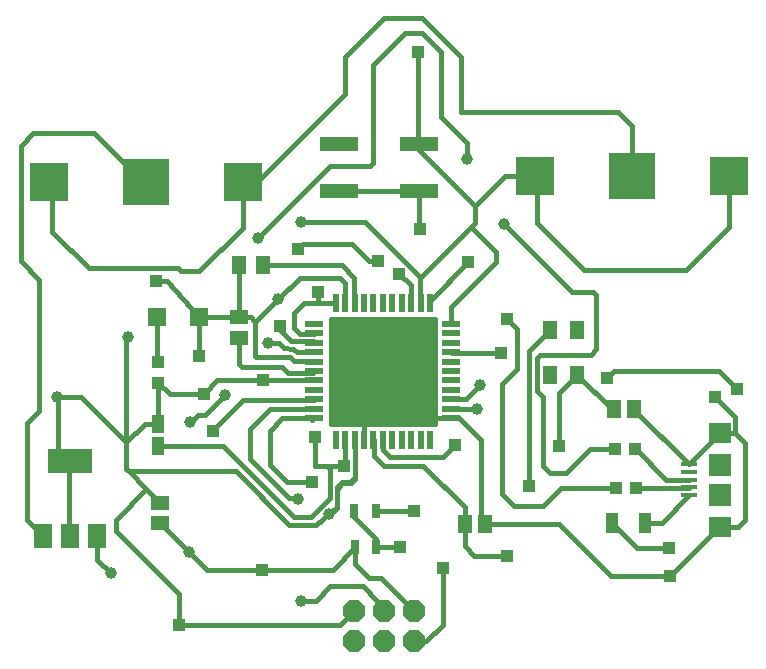
<source format=gtl>
G75*
%MOIN*%
%OFA0B0*%
%FSLAX25Y25*%
%IPPOS*%
%LPD*%
%AMOC8*
5,1,8,0,0,1.08239X$1,22.5*
%
%ADD10R,0.05906X0.01969*%
%ADD11R,0.01969X0.05906*%
%ADD12R,0.12598X0.04724*%
%ADD13R,0.03937X0.05906*%
%ADD14R,0.05118X0.06299*%
%ADD15OC8,0.07400*%
%ADD16R,0.05512X0.01378*%
%ADD17R,0.07480X0.07087*%
%ADD18R,0.07480X0.07480*%
%ADD19R,0.03937X0.07087*%
%ADD20R,0.03937X0.04331*%
%ADD21R,0.04331X0.03937*%
%ADD22R,0.05906X0.05906*%
%ADD23R,0.05906X0.05118*%
%ADD24R,0.05118X0.05906*%
%ADD25R,0.03150X0.04724*%
%ADD26R,0.05900X0.07900*%
%ADD27R,0.15000X0.07900*%
%ADD28R,0.15354X0.15354*%
%ADD29R,0.12598X0.12598*%
%ADD30R,0.03962X0.03962*%
%ADD31C,0.01600*%
%ADD32C,0.03962*%
D10*
X0177915Y0131252D03*
X0177915Y0134402D03*
X0177915Y0137551D03*
X0177915Y0140701D03*
X0177915Y0143850D03*
X0177915Y0147000D03*
X0177915Y0150150D03*
X0177915Y0153299D03*
X0177915Y0156449D03*
X0177915Y0159598D03*
X0177915Y0162748D03*
X0223585Y0162748D03*
X0223585Y0159598D03*
X0223585Y0156449D03*
X0223585Y0153299D03*
X0223585Y0150150D03*
X0223585Y0147000D03*
X0223585Y0143850D03*
X0223585Y0140701D03*
X0223585Y0137551D03*
X0223585Y0134402D03*
X0223585Y0131252D03*
D11*
X0216498Y0124165D03*
X0213348Y0124165D03*
X0210199Y0124165D03*
X0207049Y0124165D03*
X0203900Y0124165D03*
X0200750Y0124165D03*
X0197600Y0124165D03*
X0194451Y0124165D03*
X0191301Y0124165D03*
X0188152Y0124165D03*
X0185002Y0124165D03*
X0185002Y0169835D03*
X0188152Y0169835D03*
X0191301Y0169835D03*
X0194451Y0169835D03*
X0197600Y0169835D03*
X0200750Y0169835D03*
X0203900Y0169835D03*
X0207049Y0169835D03*
X0210199Y0169835D03*
X0213348Y0169835D03*
X0216498Y0169835D03*
D12*
X0212886Y0206876D03*
X0212886Y0222624D03*
X0186114Y0222624D03*
X0186114Y0206876D03*
D13*
X0125750Y0129451D03*
X0125750Y0122049D03*
D14*
X0152813Y0182250D03*
X0160687Y0182250D03*
X0256472Y0160730D03*
X0265528Y0160730D03*
X0265528Y0145770D03*
X0256472Y0145770D03*
D15*
X0211000Y0067000D03*
X0211000Y0057000D03*
X0201000Y0057000D03*
X0191000Y0057000D03*
X0191000Y0067000D03*
X0201000Y0067000D03*
D16*
X0302817Y0105632D03*
X0302817Y0108191D03*
X0302817Y0110750D03*
X0302817Y0113309D03*
X0302817Y0115868D03*
D17*
X0313250Y0126498D03*
X0313250Y0095002D03*
D18*
X0313250Y0105750D03*
X0313250Y0115750D03*
D19*
X0288012Y0096500D03*
X0276988Y0096500D03*
D20*
X0278404Y0108000D03*
X0285096Y0108000D03*
X0284846Y0121000D03*
X0278154Y0121000D03*
D21*
X0125750Y0143154D03*
X0125750Y0149846D03*
D22*
X0125610Y0165000D03*
X0139390Y0165000D03*
D23*
X0152750Y0164846D03*
X0152750Y0158154D03*
X0126500Y0103096D03*
X0126500Y0096404D03*
D24*
X0228154Y0096000D03*
X0234846Y0096000D03*
X0277904Y0134250D03*
X0284596Y0134250D03*
D25*
X0198293Y0100500D03*
X0191207Y0100500D03*
X0191457Y0088250D03*
X0198543Y0088250D03*
D26*
X0105600Y0092100D03*
X0096600Y0092100D03*
X0087600Y0092100D03*
D27*
X0096500Y0116900D03*
D28*
X0121750Y0210000D03*
X0283750Y0212000D03*
D29*
X0251467Y0212000D03*
X0316033Y0212000D03*
X0154033Y0210000D03*
X0089467Y0210000D03*
D30*
X0125250Y0177000D03*
X0139500Y0152000D03*
X0141000Y0139250D03*
X0144250Y0127000D03*
X0160750Y0144000D03*
X0178000Y0125000D03*
X0187750Y0115250D03*
X0177250Y0110000D03*
X0206500Y0088250D03*
X0211250Y0100500D03*
X0220750Y0081250D03*
X0242000Y0085500D03*
X0249500Y0108750D03*
X0259500Y0122000D03*
X0275500Y0144750D03*
X0240250Y0153000D03*
X0242250Y0164250D03*
X0229250Y0183250D03*
X0213000Y0194250D03*
X0199000Y0183750D03*
X0206250Y0179500D03*
X0179000Y0173500D03*
X0172500Y0187750D03*
X0166500Y0162000D03*
X0186500Y0140000D03*
X0224750Y0122250D03*
X0160500Y0080750D03*
X0132750Y0062500D03*
X0296500Y0078750D03*
X0296250Y0088000D03*
X0311500Y0138500D03*
X0318750Y0141000D03*
X0212500Y0253250D03*
D31*
X0105600Y0084150D02*
X0110000Y0079750D01*
X0105600Y0084150D02*
X0105600Y0092100D01*
X0111750Y0093750D02*
X0111750Y0097500D01*
X0121923Y0107673D01*
X0116048Y0113548D01*
X0151702Y0113548D01*
X0169500Y0095750D01*
X0178500Y0095750D01*
X0185500Y0101750D01*
X0185500Y0101250D01*
X0183500Y0099250D01*
X0182750Y0099250D01*
X0185500Y0101750D02*
X0185500Y0107250D01*
X0185500Y0108250D01*
X0187250Y0110000D01*
X0190250Y0110000D01*
X0190250Y0110500D01*
X0191500Y0111750D01*
X0191500Y0123967D01*
X0191301Y0124165D01*
X0188152Y0124165D02*
X0188000Y0124014D01*
X0188000Y0115500D01*
X0187750Y0115250D01*
X0182000Y0115250D01*
X0183000Y0114250D01*
X0183000Y0104750D01*
X0176750Y0098500D01*
X0171000Y0098500D01*
X0147451Y0122049D01*
X0125750Y0122049D01*
X0125750Y0129451D02*
X0121451Y0129451D01*
X0115250Y0123250D01*
X0115250Y0114346D01*
X0116048Y0113548D01*
X0121923Y0107673D02*
X0126500Y0103096D01*
X0126500Y0096404D02*
X0136202Y0086702D01*
X0142154Y0080750D01*
X0160500Y0080750D01*
X0183957Y0080750D01*
X0191457Y0088250D01*
X0191457Y0082793D01*
X0196250Y0078000D01*
X0200000Y0078000D01*
X0211000Y0067000D01*
X0220750Y0062500D02*
X0215250Y0057000D01*
X0211000Y0057000D01*
X0220750Y0062500D02*
X0220750Y0081250D01*
X0228000Y0088750D02*
X0228000Y0095846D01*
X0228154Y0096000D01*
X0228154Y0101596D01*
X0214250Y0115500D01*
X0201000Y0115500D01*
X0197750Y0118750D01*
X0197750Y0124016D01*
X0197600Y0124165D01*
X0194500Y0124165D02*
X0194500Y0129500D01*
X0196252Y0131252D01*
X0218500Y0131252D01*
X0218500Y0131250D01*
X0218500Y0131252D02*
X0223585Y0131252D01*
X0226248Y0131252D01*
X0233500Y0124000D01*
X0233500Y0097346D01*
X0234846Y0096000D01*
X0259400Y0096000D01*
X0276650Y0078750D01*
X0296500Y0078750D01*
X0312752Y0095002D01*
X0313250Y0095002D01*
X0319002Y0095002D01*
X0321500Y0097500D01*
X0321500Y0123000D01*
X0318250Y0126250D01*
X0318250Y0131750D01*
X0311500Y0138500D01*
X0318750Y0141000D02*
X0312750Y0147000D01*
X0277750Y0147000D01*
X0275500Y0144750D01*
X0270000Y0152500D02*
X0271750Y0154250D01*
X0271750Y0172250D01*
X0270750Y0173250D01*
X0263750Y0173250D01*
X0241000Y0196000D01*
X0231500Y0196250D02*
X0231500Y0202000D01*
X0241500Y0212000D01*
X0251467Y0212000D01*
X0252250Y0211217D01*
X0252250Y0196250D01*
X0267750Y0180750D01*
X0301750Y0180750D01*
X0316033Y0195033D01*
X0316033Y0212000D01*
X0283750Y0212000D02*
X0283750Y0228750D01*
X0279000Y0233500D01*
X0226750Y0233500D01*
X0226750Y0251750D01*
X0213750Y0264750D01*
X0201250Y0264750D01*
X0188250Y0251750D01*
X0188250Y0239500D01*
X0157500Y0208750D01*
X0155283Y0208750D01*
X0154033Y0210000D01*
X0154033Y0194783D01*
X0139500Y0180250D01*
X0133500Y0180250D01*
X0132500Y0181250D01*
X0102750Y0181250D01*
X0090500Y0193500D01*
X0090500Y0208967D01*
X0089467Y0210000D01*
X0080000Y0222000D02*
X0080000Y0183750D01*
X0086250Y0177500D01*
X0086250Y0133750D01*
X0082250Y0129750D01*
X0082250Y0097450D01*
X0087600Y0092100D01*
X0096000Y0092250D02*
X0096250Y0092250D01*
X0096250Y0116500D01*
X0096500Y0117000D02*
X0092500Y0117000D01*
X0092500Y0138500D01*
X0092250Y0138500D01*
X0092500Y0138500D02*
X0100250Y0138500D01*
X0115250Y0123500D01*
X0115250Y0157750D01*
X0115750Y0158250D01*
X0125610Y0165000D02*
X0125610Y0149986D01*
X0125750Y0149846D01*
X0125750Y0143154D02*
X0129654Y0139250D01*
X0141000Y0139250D01*
X0145600Y0143850D01*
X0177915Y0143850D01*
X0160900Y0143850D01*
X0160750Y0144000D01*
X0167000Y0148500D02*
X0153750Y0148500D01*
X0152750Y0149500D01*
X0152750Y0158154D01*
X0158250Y0163250D02*
X0158250Y0152000D01*
X0158500Y0151750D01*
X0169750Y0151750D01*
X0171250Y0150250D01*
X0177815Y0150250D01*
X0177915Y0150150D01*
X0177866Y0153250D02*
X0172250Y0153250D01*
X0170750Y0154250D01*
X0167750Y0154750D01*
X0166250Y0156250D01*
X0162500Y0156250D01*
X0166500Y0160750D02*
X0170250Y0157000D01*
X0177364Y0157000D01*
X0177915Y0156449D01*
X0177817Y0159500D02*
X0173000Y0159500D01*
X0171250Y0161250D01*
X0171250Y0166500D01*
X0174585Y0169835D01*
X0185002Y0169835D01*
X0179000Y0169835D01*
X0179000Y0173500D01*
X0173000Y0178000D02*
X0186500Y0178000D01*
X0188152Y0176348D01*
X0188152Y0169835D01*
X0191250Y0169886D02*
X0191301Y0169835D01*
X0191250Y0169886D02*
X0191250Y0178000D01*
X0187000Y0182250D01*
X0160687Y0182250D01*
X0152813Y0182250D02*
X0152750Y0182187D01*
X0152750Y0164846D01*
X0156654Y0164846D01*
X0158250Y0163250D01*
X0165875Y0170875D01*
X0173000Y0178000D01*
X0172500Y0187750D02*
X0174250Y0189500D01*
X0190500Y0189500D01*
X0196250Y0183750D01*
X0199000Y0183750D01*
X0206250Y0179500D02*
X0210199Y0175551D01*
X0210199Y0169835D01*
X0213250Y0169933D02*
X0213348Y0169835D01*
X0213250Y0169933D02*
X0213250Y0178000D01*
X0213250Y0178250D01*
X0194750Y0196750D01*
X0173500Y0196750D01*
X0186114Y0206876D02*
X0212886Y0206876D01*
X0212886Y0194364D01*
X0213000Y0194250D01*
X0213250Y0178000D02*
X0230250Y0195000D01*
X0238500Y0186750D01*
X0238500Y0183250D01*
X0223585Y0168335D01*
X0223585Y0162748D01*
X0218250Y0162503D02*
X0183500Y0162503D01*
X0183500Y0164101D02*
X0218250Y0164101D01*
X0218250Y0164500D02*
X0218250Y0129500D01*
X0183500Y0129500D01*
X0183500Y0164500D01*
X0218250Y0164500D01*
X0218250Y0160904D02*
X0183500Y0160904D01*
X0183500Y0159306D02*
X0218250Y0159306D01*
X0218250Y0157707D02*
X0183500Y0157707D01*
X0183500Y0156109D02*
X0218250Y0156109D01*
X0218250Y0154510D02*
X0183500Y0154510D01*
X0183500Y0152912D02*
X0218250Y0152912D01*
X0218250Y0151313D02*
X0183500Y0151313D01*
X0183500Y0149715D02*
X0218250Y0149715D01*
X0218250Y0148116D02*
X0183500Y0148116D01*
X0183500Y0146518D02*
X0218250Y0146518D01*
X0218250Y0144919D02*
X0183500Y0144919D01*
X0183500Y0143320D02*
X0218250Y0143320D01*
X0218250Y0141722D02*
X0183500Y0141722D01*
X0183500Y0140123D02*
X0218250Y0140123D01*
X0218250Y0138525D02*
X0183500Y0138525D01*
X0183500Y0136926D02*
X0218250Y0136926D01*
X0218250Y0135328D02*
X0183500Y0135328D01*
X0183500Y0133729D02*
X0218250Y0133729D01*
X0218250Y0132131D02*
X0183500Y0132131D01*
X0183500Y0130532D02*
X0218250Y0130532D01*
X0223585Y0134402D02*
X0232152Y0134402D01*
X0232250Y0134500D01*
X0228301Y0137551D02*
X0233000Y0142250D01*
X0228301Y0137551D02*
X0223585Y0137551D01*
X0224750Y0122250D02*
X0220750Y0118250D01*
X0203250Y0118250D01*
X0200750Y0120750D01*
X0200750Y0124165D01*
X0194500Y0124165D02*
X0194451Y0124165D01*
X0182000Y0115250D02*
X0178250Y0115250D01*
X0178000Y0115500D01*
X0178000Y0125000D01*
X0177250Y0130587D02*
X0177915Y0131252D01*
X0177913Y0131250D01*
X0167250Y0131250D01*
X0163000Y0127000D01*
X0163000Y0115750D01*
X0168750Y0110000D01*
X0177250Y0110000D01*
X0172250Y0104750D02*
X0169500Y0104750D01*
X0156500Y0117750D01*
X0156500Y0127750D01*
X0163152Y0134402D01*
X0177915Y0134402D01*
X0177864Y0137500D02*
X0177915Y0137551D01*
X0177864Y0137500D02*
X0154250Y0137500D01*
X0144250Y0127500D01*
X0144250Y0127000D01*
X0141500Y0132500D02*
X0139000Y0132500D01*
X0136500Y0130000D01*
X0141500Y0132500D02*
X0148000Y0139000D01*
X0148250Y0139000D01*
X0139500Y0152000D02*
X0139500Y0164890D01*
X0139390Y0165000D01*
X0128640Y0177000D01*
X0125250Y0177000D01*
X0139390Y0165000D02*
X0152596Y0165000D01*
X0152750Y0164846D01*
X0166500Y0162000D02*
X0166500Y0160750D01*
X0177817Y0159500D02*
X0177915Y0159598D01*
X0177915Y0153299D02*
X0177866Y0153250D01*
X0177915Y0147000D02*
X0177415Y0146500D01*
X0169000Y0146500D01*
X0167000Y0148500D01*
X0186500Y0140000D02*
X0186750Y0140250D01*
X0191500Y0111750D02*
X0191500Y0111000D01*
X0190250Y0109750D01*
X0187000Y0109750D01*
X0185500Y0107250D01*
X0191207Y0100500D02*
X0191207Y0098293D01*
X0198543Y0090957D01*
X0198543Y0088250D01*
X0206500Y0088250D01*
X0211250Y0100500D02*
X0198293Y0100500D01*
X0172500Y0104500D02*
X0172250Y0104750D01*
X0183250Y0075250D02*
X0194000Y0075250D01*
X0198750Y0070500D01*
X0198750Y0069250D01*
X0201000Y0067000D01*
X0191000Y0067000D02*
X0186500Y0062500D01*
X0132750Y0062500D01*
X0132750Y0072750D01*
X0111750Y0093750D01*
X0125750Y0129451D02*
X0125750Y0143154D01*
X0159000Y0191250D02*
X0183000Y0215250D01*
X0196500Y0215250D01*
X0197500Y0216250D01*
X0197500Y0249000D01*
X0208250Y0259750D01*
X0213750Y0259750D01*
X0220000Y0253500D01*
X0220000Y0231750D01*
X0228750Y0223000D01*
X0228750Y0217750D01*
X0231500Y0202000D02*
X0212886Y0220614D01*
X0212886Y0222624D01*
X0212500Y0223010D01*
X0212500Y0253250D01*
X0231500Y0196250D02*
X0230250Y0195000D01*
X0229250Y0183250D02*
X0216498Y0170498D01*
X0216498Y0169835D01*
X0223585Y0153299D02*
X0223884Y0153000D01*
X0240250Y0153000D01*
X0245500Y0147750D02*
X0245500Y0161000D01*
X0242250Y0164250D01*
X0249500Y0153758D02*
X0249500Y0108750D01*
X0254250Y0115250D02*
X0254250Y0138250D01*
X0252000Y0140500D01*
X0252000Y0151250D01*
X0253250Y0152500D01*
X0270000Y0152500D01*
X0265528Y0145770D02*
X0259500Y0139742D01*
X0259500Y0122000D01*
X0261750Y0113000D02*
X0269750Y0121000D01*
X0278154Y0121000D01*
X0284846Y0121000D02*
X0285000Y0121000D01*
X0295250Y0110750D01*
X0302817Y0110750D01*
X0302817Y0108191D02*
X0302626Y0108000D01*
X0285096Y0108000D01*
X0278404Y0108000D02*
X0260250Y0108000D01*
X0254250Y0102000D01*
X0244500Y0102000D01*
X0240500Y0106000D01*
X0240500Y0142750D01*
X0245500Y0147750D01*
X0249500Y0153758D02*
X0256472Y0160730D01*
X0265528Y0145770D02*
X0277047Y0134250D01*
X0277904Y0134250D01*
X0284596Y0134250D02*
X0284596Y0134089D01*
X0302817Y0115868D01*
X0313250Y0126301D01*
X0313250Y0126498D01*
X0313498Y0126250D01*
X0318250Y0126250D01*
X0302817Y0105632D02*
X0293685Y0096500D01*
X0288012Y0096500D01*
X0285488Y0088000D02*
X0276988Y0096500D01*
X0285488Y0088000D02*
X0296250Y0088000D01*
X0261750Y0113000D02*
X0256500Y0113000D01*
X0254250Y0115250D01*
X0228000Y0088750D02*
X0231250Y0085500D01*
X0242000Y0085500D01*
X0183250Y0075250D02*
X0178500Y0070500D01*
X0173500Y0070500D01*
X0121750Y0210000D02*
X0120750Y0210000D01*
X0104500Y0226250D01*
X0084250Y0226250D01*
X0080000Y0222000D01*
D32*
X0159000Y0191250D03*
X0173500Y0196750D03*
X0165875Y0170875D03*
X0162500Y0156250D03*
X0148250Y0139000D03*
X0136500Y0130000D03*
X0115750Y0158250D03*
X0092250Y0138500D03*
X0136202Y0086702D03*
X0110000Y0079750D03*
X0173500Y0070500D03*
X0182750Y0099250D03*
X0172500Y0104500D03*
X0232250Y0134500D03*
X0233000Y0142250D03*
X0241000Y0196000D03*
X0228750Y0217750D03*
M02*

</source>
